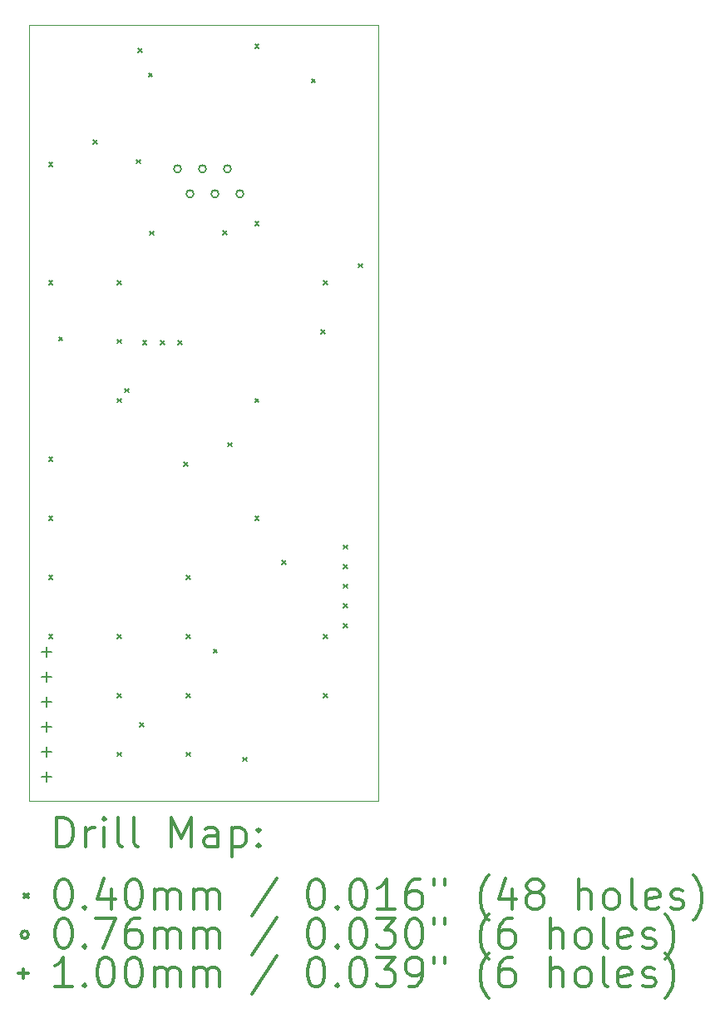
<source format=gbr>
%FSLAX45Y45*%
G04 Gerber Fmt 4.5, Leading zero omitted, Abs format (unit mm)*
G04 Created by KiCad (PCBNEW (5.1.7)-1) date 2021-06-27 15:00:12*
%MOMM*%
%LPD*%
G01*
G04 APERTURE LIST*
%TA.AperFunction,Profile*%
%ADD10C,0.050000*%
%TD*%
%ADD11C,0.200000*%
%ADD12C,0.300000*%
G04 APERTURE END LIST*
D10*
X6600000Y-6530000D02*
X6600000Y-7075000D01*
X10160000Y-7075000D02*
X10160000Y-6530000D01*
X10160000Y-6530000D02*
X10100000Y-6530000D01*
X10100000Y-14425000D02*
X10160000Y-14425000D01*
X6600000Y-6530000D02*
X10100000Y-6530000D01*
X6600000Y-14425000D02*
X10100000Y-14425000D01*
X10160000Y-14425000D02*
X10160000Y-7075000D01*
X6600000Y-7075000D02*
X6600000Y-14425000D01*
D11*
X6805000Y-7930000D02*
X6845000Y-7970000D01*
X6845000Y-7930000D02*
X6805000Y-7970000D01*
X6805000Y-9130000D02*
X6845000Y-9170000D01*
X6845000Y-9130000D02*
X6805000Y-9170000D01*
X6805000Y-10930000D02*
X6845000Y-10970000D01*
X6845000Y-10930000D02*
X6805000Y-10970000D01*
X6805000Y-11530000D02*
X6845000Y-11570000D01*
X6845000Y-11530000D02*
X6805000Y-11570000D01*
X6805000Y-12130000D02*
X6845000Y-12170000D01*
X6845000Y-12130000D02*
X6805000Y-12170000D01*
X6805000Y-12730000D02*
X6845000Y-12770000D01*
X6845000Y-12730000D02*
X6805000Y-12770000D01*
X6905000Y-9705000D02*
X6945000Y-9745000D01*
X6945000Y-9705000D02*
X6905000Y-9745000D01*
X7260000Y-7700000D02*
X7300000Y-7740000D01*
X7300000Y-7700000D02*
X7260000Y-7740000D01*
X7505000Y-9130000D02*
X7545000Y-9170000D01*
X7545000Y-9130000D02*
X7505000Y-9170000D01*
X7505000Y-9730000D02*
X7545000Y-9770000D01*
X7545000Y-9730000D02*
X7505000Y-9770000D01*
X7505000Y-10330000D02*
X7545000Y-10370000D01*
X7545000Y-10330000D02*
X7505000Y-10370000D01*
X7505000Y-12730000D02*
X7545000Y-12770000D01*
X7545000Y-12730000D02*
X7505000Y-12770000D01*
X7505000Y-13330000D02*
X7545000Y-13370000D01*
X7545000Y-13330000D02*
X7505000Y-13370000D01*
X7505000Y-13930000D02*
X7545000Y-13970000D01*
X7545000Y-13930000D02*
X7505000Y-13970000D01*
X7580000Y-10230000D02*
X7620000Y-10270000D01*
X7620000Y-10230000D02*
X7580000Y-10270000D01*
X7700000Y-7900000D02*
X7740000Y-7940000D01*
X7740000Y-7900000D02*
X7700000Y-7940000D01*
X7715000Y-6770000D02*
X7755000Y-6810000D01*
X7755000Y-6770000D02*
X7715000Y-6810000D01*
X7730000Y-13630000D02*
X7770000Y-13670000D01*
X7770000Y-13630000D02*
X7730000Y-13670000D01*
X7760000Y-9740000D02*
X7800000Y-9780000D01*
X7800000Y-9740000D02*
X7760000Y-9780000D01*
X7820000Y-7020000D02*
X7860000Y-7060000D01*
X7860000Y-7020000D02*
X7820000Y-7060000D01*
X7830000Y-8630000D02*
X7870000Y-8670000D01*
X7870000Y-8630000D02*
X7830000Y-8670000D01*
X7940000Y-9740000D02*
X7980000Y-9780000D01*
X7980000Y-9740000D02*
X7940000Y-9780000D01*
X8120000Y-9740000D02*
X8160000Y-9780000D01*
X8160000Y-9740000D02*
X8120000Y-9780000D01*
X8180000Y-10980000D02*
X8220000Y-11020000D01*
X8220000Y-10980000D02*
X8180000Y-11020000D01*
X8205000Y-12130000D02*
X8245000Y-12170000D01*
X8245000Y-12130000D02*
X8205000Y-12170000D01*
X8205000Y-12730000D02*
X8245000Y-12770000D01*
X8245000Y-12730000D02*
X8205000Y-12770000D01*
X8205000Y-13330000D02*
X8245000Y-13370000D01*
X8245000Y-13330000D02*
X8205000Y-13370000D01*
X8205000Y-13930000D02*
X8245000Y-13970000D01*
X8245000Y-13930000D02*
X8205000Y-13970000D01*
X8480000Y-12880000D02*
X8520000Y-12920000D01*
X8520000Y-12880000D02*
X8480000Y-12920000D01*
X8580000Y-8625000D02*
X8620000Y-8665000D01*
X8620000Y-8625000D02*
X8580000Y-8665000D01*
X8630000Y-10780000D02*
X8670000Y-10820000D01*
X8670000Y-10780000D02*
X8630000Y-10820000D01*
X8780000Y-13980000D02*
X8820000Y-14020000D01*
X8820000Y-13980000D02*
X8780000Y-14020000D01*
X8905000Y-6730000D02*
X8945000Y-6770000D01*
X8945000Y-6730000D02*
X8905000Y-6770000D01*
X8905000Y-8530000D02*
X8945000Y-8570000D01*
X8945000Y-8530000D02*
X8905000Y-8570000D01*
X8905000Y-10330000D02*
X8945000Y-10370000D01*
X8945000Y-10330000D02*
X8905000Y-10370000D01*
X8905000Y-11530000D02*
X8945000Y-11570000D01*
X8945000Y-11530000D02*
X8905000Y-11570000D01*
X9180000Y-11980000D02*
X9220000Y-12020000D01*
X9220000Y-11980000D02*
X9180000Y-12020000D01*
X9480000Y-7080000D02*
X9520000Y-7120000D01*
X9520000Y-7080000D02*
X9480000Y-7120000D01*
X9580000Y-9630000D02*
X9620000Y-9670000D01*
X9620000Y-9630000D02*
X9580000Y-9670000D01*
X9605000Y-9130000D02*
X9645000Y-9170000D01*
X9645000Y-9130000D02*
X9605000Y-9170000D01*
X9605000Y-12730000D02*
X9645000Y-12770000D01*
X9645000Y-12730000D02*
X9605000Y-12770000D01*
X9605000Y-13330000D02*
X9645000Y-13370000D01*
X9645000Y-13330000D02*
X9605000Y-13370000D01*
X9807501Y-11820000D02*
X9847501Y-11860000D01*
X9847501Y-11820000D02*
X9807501Y-11860000D01*
X9807501Y-12020000D02*
X9847501Y-12060000D01*
X9847501Y-12020000D02*
X9807501Y-12060000D01*
X9807501Y-12220000D02*
X9847501Y-12260000D01*
X9847501Y-12220000D02*
X9807501Y-12260000D01*
X9807501Y-12420000D02*
X9847501Y-12460000D01*
X9847501Y-12420000D02*
X9807501Y-12460000D01*
X9807501Y-12620000D02*
X9847501Y-12660000D01*
X9847501Y-12620000D02*
X9807501Y-12660000D01*
X9960000Y-8960000D02*
X10000000Y-9000000D01*
X10000000Y-8960000D02*
X9960000Y-9000000D01*
X8153000Y-7996000D02*
G75*
G03*
X8153000Y-7996000I-38000J0D01*
G01*
X8280000Y-8250000D02*
G75*
G03*
X8280000Y-8250000I-38000J0D01*
G01*
X8407000Y-7996000D02*
G75*
G03*
X8407000Y-7996000I-38000J0D01*
G01*
X8534000Y-8250000D02*
G75*
G03*
X8534000Y-8250000I-38000J0D01*
G01*
X8661000Y-7996000D02*
G75*
G03*
X8661000Y-7996000I-38000J0D01*
G01*
X8788000Y-8250000D02*
G75*
G03*
X8788000Y-8250000I-38000J0D01*
G01*
X6780000Y-12855000D02*
X6780000Y-12955000D01*
X6730000Y-12905000D02*
X6830000Y-12905000D01*
X6780000Y-13109000D02*
X6780000Y-13209000D01*
X6730000Y-13159000D02*
X6830000Y-13159000D01*
X6780000Y-13363000D02*
X6780000Y-13463000D01*
X6730000Y-13413000D02*
X6830000Y-13413000D01*
X6780000Y-13617000D02*
X6780000Y-13717000D01*
X6730000Y-13667000D02*
X6830000Y-13667000D01*
X6780000Y-13871000D02*
X6780000Y-13971000D01*
X6730000Y-13921000D02*
X6830000Y-13921000D01*
X6780000Y-14125000D02*
X6780000Y-14225000D01*
X6730000Y-14175000D02*
X6830000Y-14175000D01*
D12*
X6883928Y-14893214D02*
X6883928Y-14593214D01*
X6955357Y-14593214D01*
X6998214Y-14607500D01*
X7026786Y-14636071D01*
X7041071Y-14664643D01*
X7055357Y-14721786D01*
X7055357Y-14764643D01*
X7041071Y-14821786D01*
X7026786Y-14850357D01*
X6998214Y-14878929D01*
X6955357Y-14893214D01*
X6883928Y-14893214D01*
X7183928Y-14893214D02*
X7183928Y-14693214D01*
X7183928Y-14750357D02*
X7198214Y-14721786D01*
X7212500Y-14707500D01*
X7241071Y-14693214D01*
X7269643Y-14693214D01*
X7369643Y-14893214D02*
X7369643Y-14693214D01*
X7369643Y-14593214D02*
X7355357Y-14607500D01*
X7369643Y-14621786D01*
X7383928Y-14607500D01*
X7369643Y-14593214D01*
X7369643Y-14621786D01*
X7555357Y-14893214D02*
X7526786Y-14878929D01*
X7512500Y-14850357D01*
X7512500Y-14593214D01*
X7712500Y-14893214D02*
X7683928Y-14878929D01*
X7669643Y-14850357D01*
X7669643Y-14593214D01*
X8055357Y-14893214D02*
X8055357Y-14593214D01*
X8155357Y-14807500D01*
X8255357Y-14593214D01*
X8255357Y-14893214D01*
X8526786Y-14893214D02*
X8526786Y-14736071D01*
X8512500Y-14707500D01*
X8483928Y-14693214D01*
X8426786Y-14693214D01*
X8398214Y-14707500D01*
X8526786Y-14878929D02*
X8498214Y-14893214D01*
X8426786Y-14893214D01*
X8398214Y-14878929D01*
X8383928Y-14850357D01*
X8383928Y-14821786D01*
X8398214Y-14793214D01*
X8426786Y-14778929D01*
X8498214Y-14778929D01*
X8526786Y-14764643D01*
X8669643Y-14693214D02*
X8669643Y-14993214D01*
X8669643Y-14707500D02*
X8698214Y-14693214D01*
X8755357Y-14693214D01*
X8783928Y-14707500D01*
X8798214Y-14721786D01*
X8812500Y-14750357D01*
X8812500Y-14836071D01*
X8798214Y-14864643D01*
X8783928Y-14878929D01*
X8755357Y-14893214D01*
X8698214Y-14893214D01*
X8669643Y-14878929D01*
X8941071Y-14864643D02*
X8955357Y-14878929D01*
X8941071Y-14893214D01*
X8926786Y-14878929D01*
X8941071Y-14864643D01*
X8941071Y-14893214D01*
X8941071Y-14707500D02*
X8955357Y-14721786D01*
X8941071Y-14736071D01*
X8926786Y-14721786D01*
X8941071Y-14707500D01*
X8941071Y-14736071D01*
X6557500Y-15367500D02*
X6597500Y-15407500D01*
X6597500Y-15367500D02*
X6557500Y-15407500D01*
X6941071Y-15223214D02*
X6969643Y-15223214D01*
X6998214Y-15237500D01*
X7012500Y-15251786D01*
X7026786Y-15280357D01*
X7041071Y-15337500D01*
X7041071Y-15408929D01*
X7026786Y-15466071D01*
X7012500Y-15494643D01*
X6998214Y-15508929D01*
X6969643Y-15523214D01*
X6941071Y-15523214D01*
X6912500Y-15508929D01*
X6898214Y-15494643D01*
X6883928Y-15466071D01*
X6869643Y-15408929D01*
X6869643Y-15337500D01*
X6883928Y-15280357D01*
X6898214Y-15251786D01*
X6912500Y-15237500D01*
X6941071Y-15223214D01*
X7169643Y-15494643D02*
X7183928Y-15508929D01*
X7169643Y-15523214D01*
X7155357Y-15508929D01*
X7169643Y-15494643D01*
X7169643Y-15523214D01*
X7441071Y-15323214D02*
X7441071Y-15523214D01*
X7369643Y-15208929D02*
X7298214Y-15423214D01*
X7483928Y-15423214D01*
X7655357Y-15223214D02*
X7683928Y-15223214D01*
X7712500Y-15237500D01*
X7726786Y-15251786D01*
X7741071Y-15280357D01*
X7755357Y-15337500D01*
X7755357Y-15408929D01*
X7741071Y-15466071D01*
X7726786Y-15494643D01*
X7712500Y-15508929D01*
X7683928Y-15523214D01*
X7655357Y-15523214D01*
X7626786Y-15508929D01*
X7612500Y-15494643D01*
X7598214Y-15466071D01*
X7583928Y-15408929D01*
X7583928Y-15337500D01*
X7598214Y-15280357D01*
X7612500Y-15251786D01*
X7626786Y-15237500D01*
X7655357Y-15223214D01*
X7883928Y-15523214D02*
X7883928Y-15323214D01*
X7883928Y-15351786D02*
X7898214Y-15337500D01*
X7926786Y-15323214D01*
X7969643Y-15323214D01*
X7998214Y-15337500D01*
X8012500Y-15366071D01*
X8012500Y-15523214D01*
X8012500Y-15366071D02*
X8026786Y-15337500D01*
X8055357Y-15323214D01*
X8098214Y-15323214D01*
X8126786Y-15337500D01*
X8141071Y-15366071D01*
X8141071Y-15523214D01*
X8283928Y-15523214D02*
X8283928Y-15323214D01*
X8283928Y-15351786D02*
X8298214Y-15337500D01*
X8326786Y-15323214D01*
X8369643Y-15323214D01*
X8398214Y-15337500D01*
X8412500Y-15366071D01*
X8412500Y-15523214D01*
X8412500Y-15366071D02*
X8426786Y-15337500D01*
X8455357Y-15323214D01*
X8498214Y-15323214D01*
X8526786Y-15337500D01*
X8541071Y-15366071D01*
X8541071Y-15523214D01*
X9126786Y-15208929D02*
X8869643Y-15594643D01*
X9512500Y-15223214D02*
X9541071Y-15223214D01*
X9569643Y-15237500D01*
X9583928Y-15251786D01*
X9598214Y-15280357D01*
X9612500Y-15337500D01*
X9612500Y-15408929D01*
X9598214Y-15466071D01*
X9583928Y-15494643D01*
X9569643Y-15508929D01*
X9541071Y-15523214D01*
X9512500Y-15523214D01*
X9483928Y-15508929D01*
X9469643Y-15494643D01*
X9455357Y-15466071D01*
X9441071Y-15408929D01*
X9441071Y-15337500D01*
X9455357Y-15280357D01*
X9469643Y-15251786D01*
X9483928Y-15237500D01*
X9512500Y-15223214D01*
X9741071Y-15494643D02*
X9755357Y-15508929D01*
X9741071Y-15523214D01*
X9726786Y-15508929D01*
X9741071Y-15494643D01*
X9741071Y-15523214D01*
X9941071Y-15223214D02*
X9969643Y-15223214D01*
X9998214Y-15237500D01*
X10012500Y-15251786D01*
X10026786Y-15280357D01*
X10041071Y-15337500D01*
X10041071Y-15408929D01*
X10026786Y-15466071D01*
X10012500Y-15494643D01*
X9998214Y-15508929D01*
X9969643Y-15523214D01*
X9941071Y-15523214D01*
X9912500Y-15508929D01*
X9898214Y-15494643D01*
X9883928Y-15466071D01*
X9869643Y-15408929D01*
X9869643Y-15337500D01*
X9883928Y-15280357D01*
X9898214Y-15251786D01*
X9912500Y-15237500D01*
X9941071Y-15223214D01*
X10326786Y-15523214D02*
X10155357Y-15523214D01*
X10241071Y-15523214D02*
X10241071Y-15223214D01*
X10212500Y-15266071D01*
X10183928Y-15294643D01*
X10155357Y-15308929D01*
X10583928Y-15223214D02*
X10526786Y-15223214D01*
X10498214Y-15237500D01*
X10483928Y-15251786D01*
X10455357Y-15294643D01*
X10441071Y-15351786D01*
X10441071Y-15466071D01*
X10455357Y-15494643D01*
X10469643Y-15508929D01*
X10498214Y-15523214D01*
X10555357Y-15523214D01*
X10583928Y-15508929D01*
X10598214Y-15494643D01*
X10612500Y-15466071D01*
X10612500Y-15394643D01*
X10598214Y-15366071D01*
X10583928Y-15351786D01*
X10555357Y-15337500D01*
X10498214Y-15337500D01*
X10469643Y-15351786D01*
X10455357Y-15366071D01*
X10441071Y-15394643D01*
X10726786Y-15223214D02*
X10726786Y-15280357D01*
X10841071Y-15223214D02*
X10841071Y-15280357D01*
X11283928Y-15637500D02*
X11269643Y-15623214D01*
X11241071Y-15580357D01*
X11226786Y-15551786D01*
X11212500Y-15508929D01*
X11198214Y-15437500D01*
X11198214Y-15380357D01*
X11212500Y-15308929D01*
X11226786Y-15266071D01*
X11241071Y-15237500D01*
X11269643Y-15194643D01*
X11283928Y-15180357D01*
X11526786Y-15323214D02*
X11526786Y-15523214D01*
X11455357Y-15208929D02*
X11383928Y-15423214D01*
X11569643Y-15423214D01*
X11726786Y-15351786D02*
X11698214Y-15337500D01*
X11683928Y-15323214D01*
X11669643Y-15294643D01*
X11669643Y-15280357D01*
X11683928Y-15251786D01*
X11698214Y-15237500D01*
X11726786Y-15223214D01*
X11783928Y-15223214D01*
X11812500Y-15237500D01*
X11826786Y-15251786D01*
X11841071Y-15280357D01*
X11841071Y-15294643D01*
X11826786Y-15323214D01*
X11812500Y-15337500D01*
X11783928Y-15351786D01*
X11726786Y-15351786D01*
X11698214Y-15366071D01*
X11683928Y-15380357D01*
X11669643Y-15408929D01*
X11669643Y-15466071D01*
X11683928Y-15494643D01*
X11698214Y-15508929D01*
X11726786Y-15523214D01*
X11783928Y-15523214D01*
X11812500Y-15508929D01*
X11826786Y-15494643D01*
X11841071Y-15466071D01*
X11841071Y-15408929D01*
X11826786Y-15380357D01*
X11812500Y-15366071D01*
X11783928Y-15351786D01*
X12198214Y-15523214D02*
X12198214Y-15223214D01*
X12326786Y-15523214D02*
X12326786Y-15366071D01*
X12312500Y-15337500D01*
X12283928Y-15323214D01*
X12241071Y-15323214D01*
X12212500Y-15337500D01*
X12198214Y-15351786D01*
X12512500Y-15523214D02*
X12483928Y-15508929D01*
X12469643Y-15494643D01*
X12455357Y-15466071D01*
X12455357Y-15380357D01*
X12469643Y-15351786D01*
X12483928Y-15337500D01*
X12512500Y-15323214D01*
X12555357Y-15323214D01*
X12583928Y-15337500D01*
X12598214Y-15351786D01*
X12612500Y-15380357D01*
X12612500Y-15466071D01*
X12598214Y-15494643D01*
X12583928Y-15508929D01*
X12555357Y-15523214D01*
X12512500Y-15523214D01*
X12783928Y-15523214D02*
X12755357Y-15508929D01*
X12741071Y-15480357D01*
X12741071Y-15223214D01*
X13012500Y-15508929D02*
X12983928Y-15523214D01*
X12926786Y-15523214D01*
X12898214Y-15508929D01*
X12883928Y-15480357D01*
X12883928Y-15366071D01*
X12898214Y-15337500D01*
X12926786Y-15323214D01*
X12983928Y-15323214D01*
X13012500Y-15337500D01*
X13026786Y-15366071D01*
X13026786Y-15394643D01*
X12883928Y-15423214D01*
X13141071Y-15508929D02*
X13169643Y-15523214D01*
X13226786Y-15523214D01*
X13255357Y-15508929D01*
X13269643Y-15480357D01*
X13269643Y-15466071D01*
X13255357Y-15437500D01*
X13226786Y-15423214D01*
X13183928Y-15423214D01*
X13155357Y-15408929D01*
X13141071Y-15380357D01*
X13141071Y-15366071D01*
X13155357Y-15337500D01*
X13183928Y-15323214D01*
X13226786Y-15323214D01*
X13255357Y-15337500D01*
X13369643Y-15637500D02*
X13383928Y-15623214D01*
X13412500Y-15580357D01*
X13426786Y-15551786D01*
X13441071Y-15508929D01*
X13455357Y-15437500D01*
X13455357Y-15380357D01*
X13441071Y-15308929D01*
X13426786Y-15266071D01*
X13412500Y-15237500D01*
X13383928Y-15194643D01*
X13369643Y-15180357D01*
X6597500Y-15783500D02*
G75*
G03*
X6597500Y-15783500I-38000J0D01*
G01*
X6941071Y-15619214D02*
X6969643Y-15619214D01*
X6998214Y-15633500D01*
X7012500Y-15647786D01*
X7026786Y-15676357D01*
X7041071Y-15733500D01*
X7041071Y-15804929D01*
X7026786Y-15862071D01*
X7012500Y-15890643D01*
X6998214Y-15904929D01*
X6969643Y-15919214D01*
X6941071Y-15919214D01*
X6912500Y-15904929D01*
X6898214Y-15890643D01*
X6883928Y-15862071D01*
X6869643Y-15804929D01*
X6869643Y-15733500D01*
X6883928Y-15676357D01*
X6898214Y-15647786D01*
X6912500Y-15633500D01*
X6941071Y-15619214D01*
X7169643Y-15890643D02*
X7183928Y-15904929D01*
X7169643Y-15919214D01*
X7155357Y-15904929D01*
X7169643Y-15890643D01*
X7169643Y-15919214D01*
X7283928Y-15619214D02*
X7483928Y-15619214D01*
X7355357Y-15919214D01*
X7726786Y-15619214D02*
X7669643Y-15619214D01*
X7641071Y-15633500D01*
X7626786Y-15647786D01*
X7598214Y-15690643D01*
X7583928Y-15747786D01*
X7583928Y-15862071D01*
X7598214Y-15890643D01*
X7612500Y-15904929D01*
X7641071Y-15919214D01*
X7698214Y-15919214D01*
X7726786Y-15904929D01*
X7741071Y-15890643D01*
X7755357Y-15862071D01*
X7755357Y-15790643D01*
X7741071Y-15762071D01*
X7726786Y-15747786D01*
X7698214Y-15733500D01*
X7641071Y-15733500D01*
X7612500Y-15747786D01*
X7598214Y-15762071D01*
X7583928Y-15790643D01*
X7883928Y-15919214D02*
X7883928Y-15719214D01*
X7883928Y-15747786D02*
X7898214Y-15733500D01*
X7926786Y-15719214D01*
X7969643Y-15719214D01*
X7998214Y-15733500D01*
X8012500Y-15762071D01*
X8012500Y-15919214D01*
X8012500Y-15762071D02*
X8026786Y-15733500D01*
X8055357Y-15719214D01*
X8098214Y-15719214D01*
X8126786Y-15733500D01*
X8141071Y-15762071D01*
X8141071Y-15919214D01*
X8283928Y-15919214D02*
X8283928Y-15719214D01*
X8283928Y-15747786D02*
X8298214Y-15733500D01*
X8326786Y-15719214D01*
X8369643Y-15719214D01*
X8398214Y-15733500D01*
X8412500Y-15762071D01*
X8412500Y-15919214D01*
X8412500Y-15762071D02*
X8426786Y-15733500D01*
X8455357Y-15719214D01*
X8498214Y-15719214D01*
X8526786Y-15733500D01*
X8541071Y-15762071D01*
X8541071Y-15919214D01*
X9126786Y-15604929D02*
X8869643Y-15990643D01*
X9512500Y-15619214D02*
X9541071Y-15619214D01*
X9569643Y-15633500D01*
X9583928Y-15647786D01*
X9598214Y-15676357D01*
X9612500Y-15733500D01*
X9612500Y-15804929D01*
X9598214Y-15862071D01*
X9583928Y-15890643D01*
X9569643Y-15904929D01*
X9541071Y-15919214D01*
X9512500Y-15919214D01*
X9483928Y-15904929D01*
X9469643Y-15890643D01*
X9455357Y-15862071D01*
X9441071Y-15804929D01*
X9441071Y-15733500D01*
X9455357Y-15676357D01*
X9469643Y-15647786D01*
X9483928Y-15633500D01*
X9512500Y-15619214D01*
X9741071Y-15890643D02*
X9755357Y-15904929D01*
X9741071Y-15919214D01*
X9726786Y-15904929D01*
X9741071Y-15890643D01*
X9741071Y-15919214D01*
X9941071Y-15619214D02*
X9969643Y-15619214D01*
X9998214Y-15633500D01*
X10012500Y-15647786D01*
X10026786Y-15676357D01*
X10041071Y-15733500D01*
X10041071Y-15804929D01*
X10026786Y-15862071D01*
X10012500Y-15890643D01*
X9998214Y-15904929D01*
X9969643Y-15919214D01*
X9941071Y-15919214D01*
X9912500Y-15904929D01*
X9898214Y-15890643D01*
X9883928Y-15862071D01*
X9869643Y-15804929D01*
X9869643Y-15733500D01*
X9883928Y-15676357D01*
X9898214Y-15647786D01*
X9912500Y-15633500D01*
X9941071Y-15619214D01*
X10141071Y-15619214D02*
X10326786Y-15619214D01*
X10226786Y-15733500D01*
X10269643Y-15733500D01*
X10298214Y-15747786D01*
X10312500Y-15762071D01*
X10326786Y-15790643D01*
X10326786Y-15862071D01*
X10312500Y-15890643D01*
X10298214Y-15904929D01*
X10269643Y-15919214D01*
X10183928Y-15919214D01*
X10155357Y-15904929D01*
X10141071Y-15890643D01*
X10512500Y-15619214D02*
X10541071Y-15619214D01*
X10569643Y-15633500D01*
X10583928Y-15647786D01*
X10598214Y-15676357D01*
X10612500Y-15733500D01*
X10612500Y-15804929D01*
X10598214Y-15862071D01*
X10583928Y-15890643D01*
X10569643Y-15904929D01*
X10541071Y-15919214D01*
X10512500Y-15919214D01*
X10483928Y-15904929D01*
X10469643Y-15890643D01*
X10455357Y-15862071D01*
X10441071Y-15804929D01*
X10441071Y-15733500D01*
X10455357Y-15676357D01*
X10469643Y-15647786D01*
X10483928Y-15633500D01*
X10512500Y-15619214D01*
X10726786Y-15619214D02*
X10726786Y-15676357D01*
X10841071Y-15619214D02*
X10841071Y-15676357D01*
X11283928Y-16033500D02*
X11269643Y-16019214D01*
X11241071Y-15976357D01*
X11226786Y-15947786D01*
X11212500Y-15904929D01*
X11198214Y-15833500D01*
X11198214Y-15776357D01*
X11212500Y-15704929D01*
X11226786Y-15662071D01*
X11241071Y-15633500D01*
X11269643Y-15590643D01*
X11283928Y-15576357D01*
X11526786Y-15619214D02*
X11469643Y-15619214D01*
X11441071Y-15633500D01*
X11426786Y-15647786D01*
X11398214Y-15690643D01*
X11383928Y-15747786D01*
X11383928Y-15862071D01*
X11398214Y-15890643D01*
X11412500Y-15904929D01*
X11441071Y-15919214D01*
X11498214Y-15919214D01*
X11526786Y-15904929D01*
X11541071Y-15890643D01*
X11555357Y-15862071D01*
X11555357Y-15790643D01*
X11541071Y-15762071D01*
X11526786Y-15747786D01*
X11498214Y-15733500D01*
X11441071Y-15733500D01*
X11412500Y-15747786D01*
X11398214Y-15762071D01*
X11383928Y-15790643D01*
X11912500Y-15919214D02*
X11912500Y-15619214D01*
X12041071Y-15919214D02*
X12041071Y-15762071D01*
X12026786Y-15733500D01*
X11998214Y-15719214D01*
X11955357Y-15719214D01*
X11926786Y-15733500D01*
X11912500Y-15747786D01*
X12226786Y-15919214D02*
X12198214Y-15904929D01*
X12183928Y-15890643D01*
X12169643Y-15862071D01*
X12169643Y-15776357D01*
X12183928Y-15747786D01*
X12198214Y-15733500D01*
X12226786Y-15719214D01*
X12269643Y-15719214D01*
X12298214Y-15733500D01*
X12312500Y-15747786D01*
X12326786Y-15776357D01*
X12326786Y-15862071D01*
X12312500Y-15890643D01*
X12298214Y-15904929D01*
X12269643Y-15919214D01*
X12226786Y-15919214D01*
X12498214Y-15919214D02*
X12469643Y-15904929D01*
X12455357Y-15876357D01*
X12455357Y-15619214D01*
X12726786Y-15904929D02*
X12698214Y-15919214D01*
X12641071Y-15919214D01*
X12612500Y-15904929D01*
X12598214Y-15876357D01*
X12598214Y-15762071D01*
X12612500Y-15733500D01*
X12641071Y-15719214D01*
X12698214Y-15719214D01*
X12726786Y-15733500D01*
X12741071Y-15762071D01*
X12741071Y-15790643D01*
X12598214Y-15819214D01*
X12855357Y-15904929D02*
X12883928Y-15919214D01*
X12941071Y-15919214D01*
X12969643Y-15904929D01*
X12983928Y-15876357D01*
X12983928Y-15862071D01*
X12969643Y-15833500D01*
X12941071Y-15819214D01*
X12898214Y-15819214D01*
X12869643Y-15804929D01*
X12855357Y-15776357D01*
X12855357Y-15762071D01*
X12869643Y-15733500D01*
X12898214Y-15719214D01*
X12941071Y-15719214D01*
X12969643Y-15733500D01*
X13083928Y-16033500D02*
X13098214Y-16019214D01*
X13126786Y-15976357D01*
X13141071Y-15947786D01*
X13155357Y-15904929D01*
X13169643Y-15833500D01*
X13169643Y-15776357D01*
X13155357Y-15704929D01*
X13141071Y-15662071D01*
X13126786Y-15633500D01*
X13098214Y-15590643D01*
X13083928Y-15576357D01*
X6547500Y-16129500D02*
X6547500Y-16229500D01*
X6497500Y-16179500D02*
X6597500Y-16179500D01*
X7041071Y-16315214D02*
X6869643Y-16315214D01*
X6955357Y-16315214D02*
X6955357Y-16015214D01*
X6926786Y-16058071D01*
X6898214Y-16086643D01*
X6869643Y-16100929D01*
X7169643Y-16286643D02*
X7183928Y-16300929D01*
X7169643Y-16315214D01*
X7155357Y-16300929D01*
X7169643Y-16286643D01*
X7169643Y-16315214D01*
X7369643Y-16015214D02*
X7398214Y-16015214D01*
X7426786Y-16029500D01*
X7441071Y-16043786D01*
X7455357Y-16072357D01*
X7469643Y-16129500D01*
X7469643Y-16200929D01*
X7455357Y-16258071D01*
X7441071Y-16286643D01*
X7426786Y-16300929D01*
X7398214Y-16315214D01*
X7369643Y-16315214D01*
X7341071Y-16300929D01*
X7326786Y-16286643D01*
X7312500Y-16258071D01*
X7298214Y-16200929D01*
X7298214Y-16129500D01*
X7312500Y-16072357D01*
X7326786Y-16043786D01*
X7341071Y-16029500D01*
X7369643Y-16015214D01*
X7655357Y-16015214D02*
X7683928Y-16015214D01*
X7712500Y-16029500D01*
X7726786Y-16043786D01*
X7741071Y-16072357D01*
X7755357Y-16129500D01*
X7755357Y-16200929D01*
X7741071Y-16258071D01*
X7726786Y-16286643D01*
X7712500Y-16300929D01*
X7683928Y-16315214D01*
X7655357Y-16315214D01*
X7626786Y-16300929D01*
X7612500Y-16286643D01*
X7598214Y-16258071D01*
X7583928Y-16200929D01*
X7583928Y-16129500D01*
X7598214Y-16072357D01*
X7612500Y-16043786D01*
X7626786Y-16029500D01*
X7655357Y-16015214D01*
X7883928Y-16315214D02*
X7883928Y-16115214D01*
X7883928Y-16143786D02*
X7898214Y-16129500D01*
X7926786Y-16115214D01*
X7969643Y-16115214D01*
X7998214Y-16129500D01*
X8012500Y-16158071D01*
X8012500Y-16315214D01*
X8012500Y-16158071D02*
X8026786Y-16129500D01*
X8055357Y-16115214D01*
X8098214Y-16115214D01*
X8126786Y-16129500D01*
X8141071Y-16158071D01*
X8141071Y-16315214D01*
X8283928Y-16315214D02*
X8283928Y-16115214D01*
X8283928Y-16143786D02*
X8298214Y-16129500D01*
X8326786Y-16115214D01*
X8369643Y-16115214D01*
X8398214Y-16129500D01*
X8412500Y-16158071D01*
X8412500Y-16315214D01*
X8412500Y-16158071D02*
X8426786Y-16129500D01*
X8455357Y-16115214D01*
X8498214Y-16115214D01*
X8526786Y-16129500D01*
X8541071Y-16158071D01*
X8541071Y-16315214D01*
X9126786Y-16000929D02*
X8869643Y-16386643D01*
X9512500Y-16015214D02*
X9541071Y-16015214D01*
X9569643Y-16029500D01*
X9583928Y-16043786D01*
X9598214Y-16072357D01*
X9612500Y-16129500D01*
X9612500Y-16200929D01*
X9598214Y-16258071D01*
X9583928Y-16286643D01*
X9569643Y-16300929D01*
X9541071Y-16315214D01*
X9512500Y-16315214D01*
X9483928Y-16300929D01*
X9469643Y-16286643D01*
X9455357Y-16258071D01*
X9441071Y-16200929D01*
X9441071Y-16129500D01*
X9455357Y-16072357D01*
X9469643Y-16043786D01*
X9483928Y-16029500D01*
X9512500Y-16015214D01*
X9741071Y-16286643D02*
X9755357Y-16300929D01*
X9741071Y-16315214D01*
X9726786Y-16300929D01*
X9741071Y-16286643D01*
X9741071Y-16315214D01*
X9941071Y-16015214D02*
X9969643Y-16015214D01*
X9998214Y-16029500D01*
X10012500Y-16043786D01*
X10026786Y-16072357D01*
X10041071Y-16129500D01*
X10041071Y-16200929D01*
X10026786Y-16258071D01*
X10012500Y-16286643D01*
X9998214Y-16300929D01*
X9969643Y-16315214D01*
X9941071Y-16315214D01*
X9912500Y-16300929D01*
X9898214Y-16286643D01*
X9883928Y-16258071D01*
X9869643Y-16200929D01*
X9869643Y-16129500D01*
X9883928Y-16072357D01*
X9898214Y-16043786D01*
X9912500Y-16029500D01*
X9941071Y-16015214D01*
X10141071Y-16015214D02*
X10326786Y-16015214D01*
X10226786Y-16129500D01*
X10269643Y-16129500D01*
X10298214Y-16143786D01*
X10312500Y-16158071D01*
X10326786Y-16186643D01*
X10326786Y-16258071D01*
X10312500Y-16286643D01*
X10298214Y-16300929D01*
X10269643Y-16315214D01*
X10183928Y-16315214D01*
X10155357Y-16300929D01*
X10141071Y-16286643D01*
X10469643Y-16315214D02*
X10526786Y-16315214D01*
X10555357Y-16300929D01*
X10569643Y-16286643D01*
X10598214Y-16243786D01*
X10612500Y-16186643D01*
X10612500Y-16072357D01*
X10598214Y-16043786D01*
X10583928Y-16029500D01*
X10555357Y-16015214D01*
X10498214Y-16015214D01*
X10469643Y-16029500D01*
X10455357Y-16043786D01*
X10441071Y-16072357D01*
X10441071Y-16143786D01*
X10455357Y-16172357D01*
X10469643Y-16186643D01*
X10498214Y-16200929D01*
X10555357Y-16200929D01*
X10583928Y-16186643D01*
X10598214Y-16172357D01*
X10612500Y-16143786D01*
X10726786Y-16015214D02*
X10726786Y-16072357D01*
X10841071Y-16015214D02*
X10841071Y-16072357D01*
X11283928Y-16429500D02*
X11269643Y-16415214D01*
X11241071Y-16372357D01*
X11226786Y-16343786D01*
X11212500Y-16300929D01*
X11198214Y-16229500D01*
X11198214Y-16172357D01*
X11212500Y-16100929D01*
X11226786Y-16058071D01*
X11241071Y-16029500D01*
X11269643Y-15986643D01*
X11283928Y-15972357D01*
X11526786Y-16015214D02*
X11469643Y-16015214D01*
X11441071Y-16029500D01*
X11426786Y-16043786D01*
X11398214Y-16086643D01*
X11383928Y-16143786D01*
X11383928Y-16258071D01*
X11398214Y-16286643D01*
X11412500Y-16300929D01*
X11441071Y-16315214D01*
X11498214Y-16315214D01*
X11526786Y-16300929D01*
X11541071Y-16286643D01*
X11555357Y-16258071D01*
X11555357Y-16186643D01*
X11541071Y-16158071D01*
X11526786Y-16143786D01*
X11498214Y-16129500D01*
X11441071Y-16129500D01*
X11412500Y-16143786D01*
X11398214Y-16158071D01*
X11383928Y-16186643D01*
X11912500Y-16315214D02*
X11912500Y-16015214D01*
X12041071Y-16315214D02*
X12041071Y-16158071D01*
X12026786Y-16129500D01*
X11998214Y-16115214D01*
X11955357Y-16115214D01*
X11926786Y-16129500D01*
X11912500Y-16143786D01*
X12226786Y-16315214D02*
X12198214Y-16300929D01*
X12183928Y-16286643D01*
X12169643Y-16258071D01*
X12169643Y-16172357D01*
X12183928Y-16143786D01*
X12198214Y-16129500D01*
X12226786Y-16115214D01*
X12269643Y-16115214D01*
X12298214Y-16129500D01*
X12312500Y-16143786D01*
X12326786Y-16172357D01*
X12326786Y-16258071D01*
X12312500Y-16286643D01*
X12298214Y-16300929D01*
X12269643Y-16315214D01*
X12226786Y-16315214D01*
X12498214Y-16315214D02*
X12469643Y-16300929D01*
X12455357Y-16272357D01*
X12455357Y-16015214D01*
X12726786Y-16300929D02*
X12698214Y-16315214D01*
X12641071Y-16315214D01*
X12612500Y-16300929D01*
X12598214Y-16272357D01*
X12598214Y-16158071D01*
X12612500Y-16129500D01*
X12641071Y-16115214D01*
X12698214Y-16115214D01*
X12726786Y-16129500D01*
X12741071Y-16158071D01*
X12741071Y-16186643D01*
X12598214Y-16215214D01*
X12855357Y-16300929D02*
X12883928Y-16315214D01*
X12941071Y-16315214D01*
X12969643Y-16300929D01*
X12983928Y-16272357D01*
X12983928Y-16258071D01*
X12969643Y-16229500D01*
X12941071Y-16215214D01*
X12898214Y-16215214D01*
X12869643Y-16200929D01*
X12855357Y-16172357D01*
X12855357Y-16158071D01*
X12869643Y-16129500D01*
X12898214Y-16115214D01*
X12941071Y-16115214D01*
X12969643Y-16129500D01*
X13083928Y-16429500D02*
X13098214Y-16415214D01*
X13126786Y-16372357D01*
X13141071Y-16343786D01*
X13155357Y-16300929D01*
X13169643Y-16229500D01*
X13169643Y-16172357D01*
X13155357Y-16100929D01*
X13141071Y-16058071D01*
X13126786Y-16029500D01*
X13098214Y-15986643D01*
X13083928Y-15972357D01*
M02*

</source>
